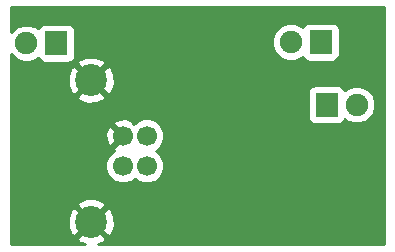
<source format=gbl>
G04 #@! TF.FileFunction,Copper,L2,Bot,Signal*
%FSLAX46Y46*%
G04 Gerber Fmt 4.6, Leading zero omitted, Abs format (unit mm)*
G04 Created by KiCad (PCBNEW 0.201512271232+6404~40~ubuntu14.04.1-stable) date Tue 29 Dec 2015 10:19:08 AM MSK*
%MOMM*%
G01*
G04 APERTURE LIST*
%ADD10C,0.100000*%
%ADD11R,1.900000X2.000000*%
%ADD12C,1.900000*%
%ADD13C,1.700000*%
%ADD14C,2.700020*%
%ADD15C,0.254000*%
G04 APERTURE END LIST*
D10*
D11*
X26950000Y-3650000D03*
D12*
X24410000Y-3650000D03*
D11*
X27450000Y-8950000D03*
D12*
X29990000Y-8950000D03*
D11*
X4550000Y-3750000D03*
D12*
X2010000Y-3750000D03*
D13*
X12200000Y-14140000D03*
X12200000Y-11600000D03*
X10201020Y-11600000D03*
X10201020Y-14140000D03*
D14*
X7501000Y-18869480D03*
X7501000Y-6870520D03*
D15*
G36*
X32290000Y-20790000D02*
X8074366Y-20790000D01*
X8585528Y-20578270D01*
X8726996Y-20275081D01*
X7501000Y-19049085D01*
X6275004Y-20275081D01*
X6416472Y-20578270D01*
X6963695Y-20790000D01*
X710000Y-20790000D01*
X710000Y-18521432D01*
X5507253Y-18521432D01*
X5525826Y-19310900D01*
X5792210Y-19954008D01*
X6095399Y-20095476D01*
X7321395Y-18869480D01*
X7680605Y-18869480D01*
X8906601Y-20095476D01*
X9209790Y-19954008D01*
X9494747Y-19217528D01*
X9476174Y-18428060D01*
X9209790Y-17784952D01*
X8906601Y-17643484D01*
X7680605Y-18869480D01*
X7321395Y-18869480D01*
X6095399Y-17643484D01*
X5792210Y-17784952D01*
X5507253Y-18521432D01*
X710000Y-18521432D01*
X710000Y-17463879D01*
X6275004Y-17463879D01*
X7501000Y-18689875D01*
X8726996Y-17463879D01*
X8585528Y-17160690D01*
X7849048Y-16875733D01*
X7059580Y-16894306D01*
X6416472Y-17160690D01*
X6275004Y-17463879D01*
X710000Y-17463879D01*
X710000Y-14434089D01*
X8715763Y-14434089D01*
X8941364Y-14980086D01*
X9358737Y-15398188D01*
X9904339Y-15624742D01*
X10495109Y-15625257D01*
X11041106Y-15399656D01*
X11200422Y-15240618D01*
X11357717Y-15398188D01*
X11903319Y-15624742D01*
X12494089Y-15625257D01*
X13040086Y-15399656D01*
X13458188Y-14982283D01*
X13684742Y-14436681D01*
X13685257Y-13845911D01*
X13459656Y-13299914D01*
X13042283Y-12881812D01*
X13014443Y-12870252D01*
X13040086Y-12859656D01*
X13458188Y-12442283D01*
X13684742Y-11896681D01*
X13685257Y-11305911D01*
X13459656Y-10759914D01*
X13042283Y-10341812D01*
X12496681Y-10115258D01*
X11905911Y-10114743D01*
X11359914Y-10340344D01*
X11219382Y-10480630D01*
X11180082Y-10441330D01*
X11065372Y-10556040D01*
X10985100Y-10304741D01*
X10429741Y-10103282D01*
X9839562Y-10129685D01*
X9416940Y-10304741D01*
X9336667Y-10556042D01*
X10201020Y-11420395D01*
X10215163Y-11406253D01*
X10394768Y-11585858D01*
X10380625Y-11600000D01*
X10394768Y-11614143D01*
X10215163Y-11793748D01*
X10201020Y-11779605D01*
X9336667Y-12643958D01*
X9406201Y-12861640D01*
X9360934Y-12880344D01*
X8942832Y-13297717D01*
X8716278Y-13843319D01*
X8715763Y-14434089D01*
X710000Y-14434089D01*
X710000Y-11371279D01*
X8704302Y-11371279D01*
X8730705Y-11961458D01*
X8905761Y-12384080D01*
X9157062Y-12464353D01*
X10021415Y-11600000D01*
X9157062Y-10735647D01*
X8905761Y-10815920D01*
X8704302Y-11371279D01*
X710000Y-11371279D01*
X710000Y-8276121D01*
X6275004Y-8276121D01*
X6416472Y-8579310D01*
X7152952Y-8864267D01*
X7942420Y-8845694D01*
X8585528Y-8579310D01*
X8726996Y-8276121D01*
X7501000Y-7050125D01*
X6275004Y-8276121D01*
X710000Y-8276121D01*
X710000Y-6522472D01*
X5507253Y-6522472D01*
X5525826Y-7311940D01*
X5792210Y-7955048D01*
X6095399Y-8096516D01*
X7321395Y-6870520D01*
X7680605Y-6870520D01*
X8906601Y-8096516D01*
X9209790Y-7955048D01*
X9211743Y-7950000D01*
X25852560Y-7950000D01*
X25852560Y-9950000D01*
X25896838Y-10185317D01*
X26035910Y-10401441D01*
X26248110Y-10546431D01*
X26500000Y-10597440D01*
X28400000Y-10597440D01*
X28635317Y-10553162D01*
X28851441Y-10414090D01*
X28996431Y-10201890D01*
X28997055Y-10198808D01*
X29090997Y-10292914D01*
X29673341Y-10534724D01*
X30303893Y-10535275D01*
X30886657Y-10294481D01*
X31332914Y-9849003D01*
X31574724Y-9266659D01*
X31575275Y-8636107D01*
X31334481Y-8053343D01*
X30889003Y-7607086D01*
X30306659Y-7365276D01*
X29676107Y-7364725D01*
X29093343Y-7605519D01*
X28995663Y-7703029D01*
X28864090Y-7498559D01*
X28651890Y-7353569D01*
X28400000Y-7302560D01*
X26500000Y-7302560D01*
X26264683Y-7346838D01*
X26048559Y-7485910D01*
X25903569Y-7698110D01*
X25852560Y-7950000D01*
X9211743Y-7950000D01*
X9494747Y-7218568D01*
X9476174Y-6429100D01*
X9209790Y-5785992D01*
X8906601Y-5644524D01*
X7680605Y-6870520D01*
X7321395Y-6870520D01*
X6095399Y-5644524D01*
X5792210Y-5785992D01*
X5507253Y-6522472D01*
X710000Y-6522472D01*
X710000Y-5464919D01*
X6275004Y-5464919D01*
X7501000Y-6690915D01*
X8726996Y-5464919D01*
X8585528Y-5161730D01*
X7849048Y-4876773D01*
X7059580Y-4895346D01*
X6416472Y-5161730D01*
X6275004Y-5464919D01*
X710000Y-5464919D01*
X710000Y-4691216D01*
X1110997Y-5092914D01*
X1693341Y-5334724D01*
X2323893Y-5335275D01*
X2906657Y-5094481D01*
X3004337Y-4996971D01*
X3135910Y-5201441D01*
X3348110Y-5346431D01*
X3600000Y-5397440D01*
X5500000Y-5397440D01*
X5735317Y-5353162D01*
X5951441Y-5214090D01*
X6096431Y-5001890D01*
X6147440Y-4750000D01*
X6147440Y-3963893D01*
X22824725Y-3963893D01*
X23065519Y-4546657D01*
X23510997Y-4992914D01*
X24093341Y-5234724D01*
X24723893Y-5235275D01*
X25306657Y-4994481D01*
X25404337Y-4896971D01*
X25535910Y-5101441D01*
X25748110Y-5246431D01*
X26000000Y-5297440D01*
X27900000Y-5297440D01*
X28135317Y-5253162D01*
X28351441Y-5114090D01*
X28496431Y-4901890D01*
X28547440Y-4650000D01*
X28547440Y-2650000D01*
X28503162Y-2414683D01*
X28364090Y-2198559D01*
X28151890Y-2053569D01*
X27900000Y-2002560D01*
X26000000Y-2002560D01*
X25764683Y-2046838D01*
X25548559Y-2185910D01*
X25403569Y-2398110D01*
X25402945Y-2401192D01*
X25309003Y-2307086D01*
X24726659Y-2065276D01*
X24096107Y-2064725D01*
X23513343Y-2305519D01*
X23067086Y-2750997D01*
X22825276Y-3333341D01*
X22824725Y-3963893D01*
X6147440Y-3963893D01*
X6147440Y-2750000D01*
X6103162Y-2514683D01*
X5964090Y-2298559D01*
X5751890Y-2153569D01*
X5500000Y-2102560D01*
X3600000Y-2102560D01*
X3364683Y-2146838D01*
X3148559Y-2285910D01*
X3003569Y-2498110D01*
X3002945Y-2501192D01*
X2909003Y-2407086D01*
X2326659Y-2165276D01*
X1696107Y-2164725D01*
X1113343Y-2405519D01*
X710000Y-2808158D01*
X710000Y-710000D01*
X32290000Y-710000D01*
X32290000Y-20790000D01*
X32290000Y-20790000D01*
G37*
X32290000Y-20790000D02*
X8074366Y-20790000D01*
X8585528Y-20578270D01*
X8726996Y-20275081D01*
X7501000Y-19049085D01*
X6275004Y-20275081D01*
X6416472Y-20578270D01*
X6963695Y-20790000D01*
X710000Y-20790000D01*
X710000Y-18521432D01*
X5507253Y-18521432D01*
X5525826Y-19310900D01*
X5792210Y-19954008D01*
X6095399Y-20095476D01*
X7321395Y-18869480D01*
X7680605Y-18869480D01*
X8906601Y-20095476D01*
X9209790Y-19954008D01*
X9494747Y-19217528D01*
X9476174Y-18428060D01*
X9209790Y-17784952D01*
X8906601Y-17643484D01*
X7680605Y-18869480D01*
X7321395Y-18869480D01*
X6095399Y-17643484D01*
X5792210Y-17784952D01*
X5507253Y-18521432D01*
X710000Y-18521432D01*
X710000Y-17463879D01*
X6275004Y-17463879D01*
X7501000Y-18689875D01*
X8726996Y-17463879D01*
X8585528Y-17160690D01*
X7849048Y-16875733D01*
X7059580Y-16894306D01*
X6416472Y-17160690D01*
X6275004Y-17463879D01*
X710000Y-17463879D01*
X710000Y-14434089D01*
X8715763Y-14434089D01*
X8941364Y-14980086D01*
X9358737Y-15398188D01*
X9904339Y-15624742D01*
X10495109Y-15625257D01*
X11041106Y-15399656D01*
X11200422Y-15240618D01*
X11357717Y-15398188D01*
X11903319Y-15624742D01*
X12494089Y-15625257D01*
X13040086Y-15399656D01*
X13458188Y-14982283D01*
X13684742Y-14436681D01*
X13685257Y-13845911D01*
X13459656Y-13299914D01*
X13042283Y-12881812D01*
X13014443Y-12870252D01*
X13040086Y-12859656D01*
X13458188Y-12442283D01*
X13684742Y-11896681D01*
X13685257Y-11305911D01*
X13459656Y-10759914D01*
X13042283Y-10341812D01*
X12496681Y-10115258D01*
X11905911Y-10114743D01*
X11359914Y-10340344D01*
X11219382Y-10480630D01*
X11180082Y-10441330D01*
X11065372Y-10556040D01*
X10985100Y-10304741D01*
X10429741Y-10103282D01*
X9839562Y-10129685D01*
X9416940Y-10304741D01*
X9336667Y-10556042D01*
X10201020Y-11420395D01*
X10215163Y-11406253D01*
X10394768Y-11585858D01*
X10380625Y-11600000D01*
X10394768Y-11614143D01*
X10215163Y-11793748D01*
X10201020Y-11779605D01*
X9336667Y-12643958D01*
X9406201Y-12861640D01*
X9360934Y-12880344D01*
X8942832Y-13297717D01*
X8716278Y-13843319D01*
X8715763Y-14434089D01*
X710000Y-14434089D01*
X710000Y-11371279D01*
X8704302Y-11371279D01*
X8730705Y-11961458D01*
X8905761Y-12384080D01*
X9157062Y-12464353D01*
X10021415Y-11600000D01*
X9157062Y-10735647D01*
X8905761Y-10815920D01*
X8704302Y-11371279D01*
X710000Y-11371279D01*
X710000Y-8276121D01*
X6275004Y-8276121D01*
X6416472Y-8579310D01*
X7152952Y-8864267D01*
X7942420Y-8845694D01*
X8585528Y-8579310D01*
X8726996Y-8276121D01*
X7501000Y-7050125D01*
X6275004Y-8276121D01*
X710000Y-8276121D01*
X710000Y-6522472D01*
X5507253Y-6522472D01*
X5525826Y-7311940D01*
X5792210Y-7955048D01*
X6095399Y-8096516D01*
X7321395Y-6870520D01*
X7680605Y-6870520D01*
X8906601Y-8096516D01*
X9209790Y-7955048D01*
X9211743Y-7950000D01*
X25852560Y-7950000D01*
X25852560Y-9950000D01*
X25896838Y-10185317D01*
X26035910Y-10401441D01*
X26248110Y-10546431D01*
X26500000Y-10597440D01*
X28400000Y-10597440D01*
X28635317Y-10553162D01*
X28851441Y-10414090D01*
X28996431Y-10201890D01*
X28997055Y-10198808D01*
X29090997Y-10292914D01*
X29673341Y-10534724D01*
X30303893Y-10535275D01*
X30886657Y-10294481D01*
X31332914Y-9849003D01*
X31574724Y-9266659D01*
X31575275Y-8636107D01*
X31334481Y-8053343D01*
X30889003Y-7607086D01*
X30306659Y-7365276D01*
X29676107Y-7364725D01*
X29093343Y-7605519D01*
X28995663Y-7703029D01*
X28864090Y-7498559D01*
X28651890Y-7353569D01*
X28400000Y-7302560D01*
X26500000Y-7302560D01*
X26264683Y-7346838D01*
X26048559Y-7485910D01*
X25903569Y-7698110D01*
X25852560Y-7950000D01*
X9211743Y-7950000D01*
X9494747Y-7218568D01*
X9476174Y-6429100D01*
X9209790Y-5785992D01*
X8906601Y-5644524D01*
X7680605Y-6870520D01*
X7321395Y-6870520D01*
X6095399Y-5644524D01*
X5792210Y-5785992D01*
X5507253Y-6522472D01*
X710000Y-6522472D01*
X710000Y-5464919D01*
X6275004Y-5464919D01*
X7501000Y-6690915D01*
X8726996Y-5464919D01*
X8585528Y-5161730D01*
X7849048Y-4876773D01*
X7059580Y-4895346D01*
X6416472Y-5161730D01*
X6275004Y-5464919D01*
X710000Y-5464919D01*
X710000Y-4691216D01*
X1110997Y-5092914D01*
X1693341Y-5334724D01*
X2323893Y-5335275D01*
X2906657Y-5094481D01*
X3004337Y-4996971D01*
X3135910Y-5201441D01*
X3348110Y-5346431D01*
X3600000Y-5397440D01*
X5500000Y-5397440D01*
X5735317Y-5353162D01*
X5951441Y-5214090D01*
X6096431Y-5001890D01*
X6147440Y-4750000D01*
X6147440Y-3963893D01*
X22824725Y-3963893D01*
X23065519Y-4546657D01*
X23510997Y-4992914D01*
X24093341Y-5234724D01*
X24723893Y-5235275D01*
X25306657Y-4994481D01*
X25404337Y-4896971D01*
X25535910Y-5101441D01*
X25748110Y-5246431D01*
X26000000Y-5297440D01*
X27900000Y-5297440D01*
X28135317Y-5253162D01*
X28351441Y-5114090D01*
X28496431Y-4901890D01*
X28547440Y-4650000D01*
X28547440Y-2650000D01*
X28503162Y-2414683D01*
X28364090Y-2198559D01*
X28151890Y-2053569D01*
X27900000Y-2002560D01*
X26000000Y-2002560D01*
X25764683Y-2046838D01*
X25548559Y-2185910D01*
X25403569Y-2398110D01*
X25402945Y-2401192D01*
X25309003Y-2307086D01*
X24726659Y-2065276D01*
X24096107Y-2064725D01*
X23513343Y-2305519D01*
X23067086Y-2750997D01*
X22825276Y-3333341D01*
X22824725Y-3963893D01*
X6147440Y-3963893D01*
X6147440Y-2750000D01*
X6103162Y-2514683D01*
X5964090Y-2298559D01*
X5751890Y-2153569D01*
X5500000Y-2102560D01*
X3600000Y-2102560D01*
X3364683Y-2146838D01*
X3148559Y-2285910D01*
X3003569Y-2498110D01*
X3002945Y-2501192D01*
X2909003Y-2407086D01*
X2326659Y-2165276D01*
X1696107Y-2164725D01*
X1113343Y-2405519D01*
X710000Y-2808158D01*
X710000Y-710000D01*
X32290000Y-710000D01*
X32290000Y-20790000D01*
M02*

</source>
